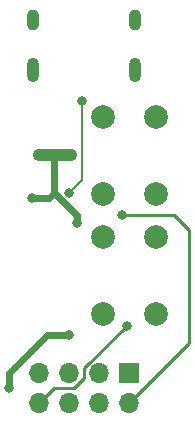
<source format=gbr>
%TF.GenerationSoftware,KiCad,Pcbnew,7.0.9*%
%TF.CreationDate,2024-05-14T19:27:58+09:00*%
%TF.ProjectId,06_WRITER,30365f57-5249-4544-9552-2e6b69636164,rev?*%
%TF.SameCoordinates,Original*%
%TF.FileFunction,Copper,L2,Bot*%
%TF.FilePolarity,Positive*%
%FSLAX46Y46*%
G04 Gerber Fmt 4.6, Leading zero omitted, Abs format (unit mm)*
G04 Created by KiCad (PCBNEW 7.0.9) date 2024-05-14 19:27:58*
%MOMM*%
%LPD*%
G01*
G04 APERTURE LIST*
%TA.AperFunction,ComponentPad*%
%ADD10R,1.700000X1.700000*%
%TD*%
%TA.AperFunction,ComponentPad*%
%ADD11O,1.700000X1.700000*%
%TD*%
%TA.AperFunction,ComponentPad*%
%ADD12O,1.000000X2.100000*%
%TD*%
%TA.AperFunction,ComponentPad*%
%ADD13O,1.000000X1.800000*%
%TD*%
%TA.AperFunction,ComponentPad*%
%ADD14C,2.000000*%
%TD*%
%TA.AperFunction,ViaPad*%
%ADD15C,0.800000*%
%TD*%
%TA.AperFunction,Conductor*%
%ADD16C,0.600000*%
%TD*%
%TA.AperFunction,Conductor*%
%ADD17C,1.000000*%
%TD*%
%TA.AperFunction,Conductor*%
%ADD18C,0.200000*%
%TD*%
%TA.AperFunction,Conductor*%
%ADD19C,0.250000*%
%TD*%
G04 APERTURE END LIST*
D10*
%TO.P,J2,1,Pin_1*%
%TO.N,unconnected-(J2-Pin_1-Pad1)*%
X175260000Y-97155000D03*
D11*
%TO.P,J2,2,Pin_2*%
%TO.N,RX*%
X175260000Y-99695000D03*
%TO.P,J2,3,Pin_3*%
%TO.N,NRST*%
X172720000Y-97155000D03*
%TO.P,J2,4,Pin_4*%
%TO.N,TX*%
X172720000Y-99695000D03*
%TO.P,J2,5,Pin_5*%
%TO.N,BOOT0*%
X170180000Y-97155000D03*
%TO.P,J2,6,Pin_6*%
%TO.N,GND*%
X170180000Y-99695000D03*
%TO.P,J2,7,Pin_7*%
%TO.N,unconnected-(J2-Pin_7-Pad7)*%
X167640000Y-97155000D03*
%TO.P,J2,8,Pin_8*%
%TO.N,+3V3*%
X167640000Y-99695000D03*
%TD*%
D12*
%TO.P,J1,S1,SHIELD*%
%TO.N,unconnected-(J1-SHIELD-PadS1)*%
X175770000Y-71490000D03*
D13*
X175770000Y-67310000D03*
D12*
X167130000Y-71490000D03*
D13*
X167130000Y-67310000D03*
%TD*%
D14*
%TO.P,SW2,1,1*%
%TO.N,+3V3*%
X173010000Y-81990000D03*
X173010000Y-75490000D03*
%TO.P,SW2,2,2*%
%TO.N,BOOT0*%
X177510000Y-81990000D03*
X177510000Y-75490000D03*
%TD*%
%TO.P,SW1,1,1*%
%TO.N,GND*%
X173030000Y-92150000D03*
X173030000Y-85650000D03*
%TO.P,SW1,2,2*%
%TO.N,NRST*%
X177530000Y-92150000D03*
X177530000Y-85650000D03*
%TD*%
D15*
%TO.N,GND*%
X170345000Y-78740000D03*
X170815000Y-84455000D03*
X167640000Y-78740000D03*
X170180000Y-93980000D03*
X167015326Y-82344219D03*
X165100000Y-98425000D03*
%TO.N,D-*%
X171255201Y-74100201D03*
X170180000Y-81915000D03*
%TO.N,RX*%
X174625000Y-83820000D03*
%TO.N,+3V3*%
X175019655Y-93194351D03*
%TD*%
D16*
%TO.N,GND*%
X168910000Y-81917793D02*
X168910000Y-78740000D01*
X168321321Y-93980000D02*
X165100000Y-97201321D01*
X167015326Y-82344219D02*
X168483574Y-82344219D01*
X170815000Y-83822793D02*
X168910000Y-81917793D01*
X170815000Y-84455000D02*
X170815000Y-83822793D01*
D17*
X168910000Y-78740000D02*
X167640000Y-78740000D01*
X170345000Y-78740000D02*
X168910000Y-78740000D01*
D16*
X170180000Y-93980000D02*
X168321321Y-93980000D01*
X168483574Y-82344219D02*
X168910000Y-81917793D01*
X165100000Y-97201321D02*
X165100000Y-98425000D01*
D18*
%TO.N,D-*%
X171255201Y-74100201D02*
X171255201Y-80839799D01*
X171255201Y-80839799D02*
X170180000Y-81915000D01*
D19*
%TO.N,RX*%
X179070000Y-83820000D02*
X180340000Y-85090000D01*
X174625000Y-83820000D02*
X179070000Y-83820000D01*
X180340000Y-85090000D02*
X180340000Y-94615000D01*
X180340000Y-94615000D02*
X175260000Y-99695000D01*
%TO.N,+3V3*%
X171450000Y-96764006D02*
X171450000Y-97546701D01*
X171450000Y-97546701D02*
X170571701Y-98425000D01*
X175019655Y-93194351D02*
X171450000Y-96764006D01*
X168910000Y-98425000D02*
X167640000Y-99695000D01*
X170571701Y-98425000D02*
X168910000Y-98425000D01*
%TD*%
M02*

</source>
